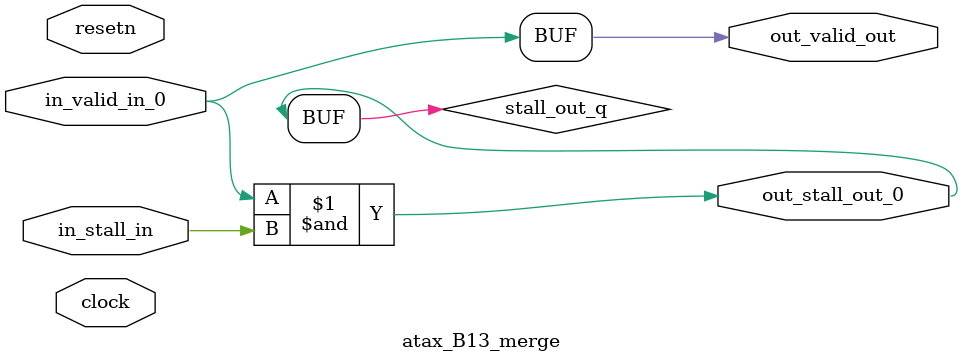
<source format=sv>



(* altera_attribute = "-name AUTO_SHIFT_REGISTER_RECOGNITION OFF; -name MESSAGE_DISABLE 10036; -name MESSAGE_DISABLE 10037; -name MESSAGE_DISABLE 14130; -name MESSAGE_DISABLE 14320; -name MESSAGE_DISABLE 15400; -name MESSAGE_DISABLE 14130; -name MESSAGE_DISABLE 10036; -name MESSAGE_DISABLE 12020; -name MESSAGE_DISABLE 12030; -name MESSAGE_DISABLE 12010; -name MESSAGE_DISABLE 12110; -name MESSAGE_DISABLE 14320; -name MESSAGE_DISABLE 13410; -name MESSAGE_DISABLE 113007; -name MESSAGE_DISABLE 10958" *)
module atax_B13_merge (
    input wire [0:0] in_stall_in,
    input wire [0:0] in_valid_in_0,
    output wire [0:0] out_stall_out_0,
    output wire [0:0] out_valid_out,
    input wire clock,
    input wire resetn
    );

    wire [0:0] stall_out_q;


    // stall_out(LOGICAL,6)
    assign stall_out_q = in_valid_in_0 & in_stall_in;

    // out_stall_out_0(GPOUT,4)
    assign out_stall_out_0 = stall_out_q;

    // out_valid_out(GPOUT,5)
    assign out_valid_out = in_valid_in_0;

endmodule

</source>
